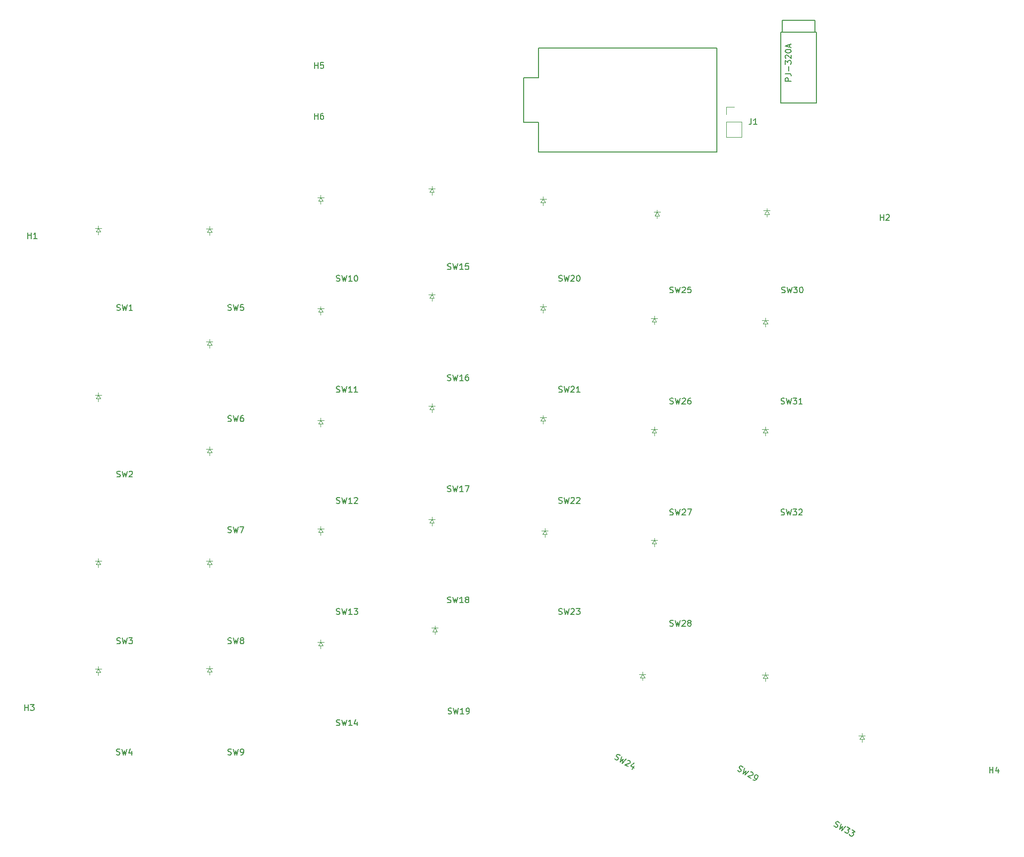
<source format=gbr>
%TF.GenerationSoftware,KiCad,Pcbnew,6.0.11-2627ca5db0~126~ubuntu20.04.1*%
%TF.CreationDate,2023-03-30T17:12:58+02:00*%
%TF.ProjectId,ergodash-low,6572676f-6461-4736-982d-6c6f772e6b69,rev?*%
%TF.SameCoordinates,Original*%
%TF.FileFunction,Legend,Top*%
%TF.FilePolarity,Positive*%
%FSLAX46Y46*%
G04 Gerber Fmt 4.6, Leading zero omitted, Abs format (unit mm)*
G04 Created by KiCad (PCBNEW 6.0.11-2627ca5db0~126~ubuntu20.04.1) date 2023-03-30 17:12:58*
%MOMM*%
%LPD*%
G01*
G04 APERTURE LIST*
%ADD10C,0.150000*%
%ADD11C,0.120000*%
%ADD12C,0.100000*%
G04 APERTURE END LIST*
D10*
%TO.C,J2*%
X155902380Y-26256547D02*
X154902380Y-26256547D01*
X154902380Y-25875595D01*
X154950000Y-25780357D01*
X154997619Y-25732738D01*
X155092857Y-25685119D01*
X155235714Y-25685119D01*
X155330952Y-25732738D01*
X155378571Y-25780357D01*
X155426190Y-25875595D01*
X155426190Y-26256547D01*
X154902380Y-24970833D02*
X155616666Y-24970833D01*
X155759523Y-25018452D01*
X155854761Y-25113690D01*
X155902380Y-25256547D01*
X155902380Y-25351785D01*
X155521428Y-24494642D02*
X155521428Y-23732738D01*
X154902380Y-23351785D02*
X154902380Y-22732738D01*
X155283333Y-23066071D01*
X155283333Y-22923214D01*
X155330952Y-22827976D01*
X155378571Y-22780357D01*
X155473809Y-22732738D01*
X155711904Y-22732738D01*
X155807142Y-22780357D01*
X155854761Y-22827976D01*
X155902380Y-22923214D01*
X155902380Y-23208928D01*
X155854761Y-23304166D01*
X155807142Y-23351785D01*
X154997619Y-22351785D02*
X154950000Y-22304166D01*
X154902380Y-22208928D01*
X154902380Y-21970833D01*
X154950000Y-21875595D01*
X154997619Y-21827976D01*
X155092857Y-21780357D01*
X155188095Y-21780357D01*
X155330952Y-21827976D01*
X155902380Y-22399404D01*
X155902380Y-21780357D01*
X154902380Y-21161309D02*
X154902380Y-21066071D01*
X154950000Y-20970833D01*
X154997619Y-20923214D01*
X155092857Y-20875595D01*
X155283333Y-20827976D01*
X155521428Y-20827976D01*
X155711904Y-20875595D01*
X155807142Y-20923214D01*
X155854761Y-20970833D01*
X155902380Y-21066071D01*
X155902380Y-21161309D01*
X155854761Y-21256547D01*
X155807142Y-21304166D01*
X155711904Y-21351785D01*
X155521428Y-21399404D01*
X155283333Y-21399404D01*
X155092857Y-21351785D01*
X154997619Y-21304166D01*
X154950000Y-21256547D01*
X154902380Y-21161309D01*
X155616666Y-20447023D02*
X155616666Y-19970833D01*
X155902380Y-20542261D02*
X154902380Y-20208928D01*
X155902380Y-19875595D01*
%TO.C,SW7*%
X59666666Y-103404761D02*
X59809523Y-103452380D01*
X60047619Y-103452380D01*
X60142857Y-103404761D01*
X60190476Y-103357142D01*
X60238095Y-103261904D01*
X60238095Y-103166666D01*
X60190476Y-103071428D01*
X60142857Y-103023809D01*
X60047619Y-102976190D01*
X59857142Y-102928571D01*
X59761904Y-102880952D01*
X59714285Y-102833333D01*
X59666666Y-102738095D01*
X59666666Y-102642857D01*
X59714285Y-102547619D01*
X59761904Y-102500000D01*
X59857142Y-102452380D01*
X60095238Y-102452380D01*
X60238095Y-102500000D01*
X60571428Y-102452380D02*
X60809523Y-103452380D01*
X61000000Y-102738095D01*
X61190476Y-103452380D01*
X61428571Y-102452380D01*
X61714285Y-102452380D02*
X62380952Y-102452380D01*
X61952380Y-103452380D01*
%TO.C,SW1*%
X40666666Y-65404761D02*
X40809523Y-65452380D01*
X41047619Y-65452380D01*
X41142857Y-65404761D01*
X41190476Y-65357142D01*
X41238095Y-65261904D01*
X41238095Y-65166666D01*
X41190476Y-65071428D01*
X41142857Y-65023809D01*
X41047619Y-64976190D01*
X40857142Y-64928571D01*
X40761904Y-64880952D01*
X40714285Y-64833333D01*
X40666666Y-64738095D01*
X40666666Y-64642857D01*
X40714285Y-64547619D01*
X40761904Y-64500000D01*
X40857142Y-64452380D01*
X41095238Y-64452380D01*
X41238095Y-64500000D01*
X41571428Y-64452380D02*
X41809523Y-65452380D01*
X42000000Y-64738095D01*
X42190476Y-65452380D01*
X42428571Y-64452380D01*
X43333333Y-65452380D02*
X42761904Y-65452380D01*
X43047619Y-65452380D02*
X43047619Y-64452380D01*
X42952380Y-64595238D01*
X42857142Y-64690476D01*
X42761904Y-64738095D01*
%TO.C,SW3*%
X40666666Y-122404761D02*
X40809523Y-122452380D01*
X41047619Y-122452380D01*
X41142857Y-122404761D01*
X41190476Y-122357142D01*
X41238095Y-122261904D01*
X41238095Y-122166666D01*
X41190476Y-122071428D01*
X41142857Y-122023809D01*
X41047619Y-121976190D01*
X40857142Y-121928571D01*
X40761904Y-121880952D01*
X40714285Y-121833333D01*
X40666666Y-121738095D01*
X40666666Y-121642857D01*
X40714285Y-121547619D01*
X40761904Y-121500000D01*
X40857142Y-121452380D01*
X41095238Y-121452380D01*
X41238095Y-121500000D01*
X41571428Y-121452380D02*
X41809523Y-122452380D01*
X42000000Y-121738095D01*
X42190476Y-122452380D01*
X42428571Y-121452380D01*
X42714285Y-121452380D02*
X43333333Y-121452380D01*
X43000000Y-121833333D01*
X43142857Y-121833333D01*
X43238095Y-121880952D01*
X43285714Y-121928571D01*
X43333333Y-122023809D01*
X43333333Y-122261904D01*
X43285714Y-122357142D01*
X43238095Y-122404761D01*
X43142857Y-122452380D01*
X42857142Y-122452380D01*
X42761904Y-122404761D01*
X42714285Y-122357142D01*
%TO.C,SW21*%
X116190476Y-79404761D02*
X116333333Y-79452380D01*
X116571428Y-79452380D01*
X116666666Y-79404761D01*
X116714285Y-79357142D01*
X116761904Y-79261904D01*
X116761904Y-79166666D01*
X116714285Y-79071428D01*
X116666666Y-79023809D01*
X116571428Y-78976190D01*
X116380952Y-78928571D01*
X116285714Y-78880952D01*
X116238095Y-78833333D01*
X116190476Y-78738095D01*
X116190476Y-78642857D01*
X116238095Y-78547619D01*
X116285714Y-78500000D01*
X116380952Y-78452380D01*
X116619047Y-78452380D01*
X116761904Y-78500000D01*
X117095238Y-78452380D02*
X117333333Y-79452380D01*
X117523809Y-78738095D01*
X117714285Y-79452380D01*
X117952380Y-78452380D01*
X118285714Y-78547619D02*
X118333333Y-78500000D01*
X118428571Y-78452380D01*
X118666666Y-78452380D01*
X118761904Y-78500000D01*
X118809523Y-78547619D01*
X118857142Y-78642857D01*
X118857142Y-78738095D01*
X118809523Y-78880952D01*
X118238095Y-79452380D01*
X118857142Y-79452380D01*
X119809523Y-79452380D02*
X119238095Y-79452380D01*
X119523809Y-79452380D02*
X119523809Y-78452380D01*
X119428571Y-78595238D01*
X119333333Y-78690476D01*
X119238095Y-78738095D01*
%TO.C,SW15*%
X97190476Y-58404761D02*
X97333333Y-58452380D01*
X97571428Y-58452380D01*
X97666666Y-58404761D01*
X97714285Y-58357142D01*
X97761904Y-58261904D01*
X97761904Y-58166666D01*
X97714285Y-58071428D01*
X97666666Y-58023809D01*
X97571428Y-57976190D01*
X97380952Y-57928571D01*
X97285714Y-57880952D01*
X97238095Y-57833333D01*
X97190476Y-57738095D01*
X97190476Y-57642857D01*
X97238095Y-57547619D01*
X97285714Y-57500000D01*
X97380952Y-57452380D01*
X97619047Y-57452380D01*
X97761904Y-57500000D01*
X98095238Y-57452380D02*
X98333333Y-58452380D01*
X98523809Y-57738095D01*
X98714285Y-58452380D01*
X98952380Y-57452380D01*
X99857142Y-58452380D02*
X99285714Y-58452380D01*
X99571428Y-58452380D02*
X99571428Y-57452380D01*
X99476190Y-57595238D01*
X99380952Y-57690476D01*
X99285714Y-57738095D01*
X100761904Y-57452380D02*
X100285714Y-57452380D01*
X100238095Y-57928571D01*
X100285714Y-57880952D01*
X100380952Y-57833333D01*
X100619047Y-57833333D01*
X100714285Y-57880952D01*
X100761904Y-57928571D01*
X100809523Y-58023809D01*
X100809523Y-58261904D01*
X100761904Y-58357142D01*
X100714285Y-58404761D01*
X100619047Y-58452380D01*
X100380952Y-58452380D01*
X100285714Y-58404761D01*
X100238095Y-58357142D01*
%TO.C,SW11*%
X78190476Y-79404761D02*
X78333333Y-79452380D01*
X78571428Y-79452380D01*
X78666666Y-79404761D01*
X78714285Y-79357142D01*
X78761904Y-79261904D01*
X78761904Y-79166666D01*
X78714285Y-79071428D01*
X78666666Y-79023809D01*
X78571428Y-78976190D01*
X78380952Y-78928571D01*
X78285714Y-78880952D01*
X78238095Y-78833333D01*
X78190476Y-78738095D01*
X78190476Y-78642857D01*
X78238095Y-78547619D01*
X78285714Y-78500000D01*
X78380952Y-78452380D01*
X78619047Y-78452380D01*
X78761904Y-78500000D01*
X79095238Y-78452380D02*
X79333333Y-79452380D01*
X79523809Y-78738095D01*
X79714285Y-79452380D01*
X79952380Y-78452380D01*
X80857142Y-79452380D02*
X80285714Y-79452380D01*
X80571428Y-79452380D02*
X80571428Y-78452380D01*
X80476190Y-78595238D01*
X80380952Y-78690476D01*
X80285714Y-78738095D01*
X81809523Y-79452380D02*
X81238095Y-79452380D01*
X81523809Y-79452380D02*
X81523809Y-78452380D01*
X81428571Y-78595238D01*
X81333333Y-78690476D01*
X81238095Y-78738095D01*
%TO.C,SW32*%
X154190476Y-100404761D02*
X154333333Y-100452380D01*
X154571428Y-100452380D01*
X154666666Y-100404761D01*
X154714285Y-100357142D01*
X154761904Y-100261904D01*
X154761904Y-100166666D01*
X154714285Y-100071428D01*
X154666666Y-100023809D01*
X154571428Y-99976190D01*
X154380952Y-99928571D01*
X154285714Y-99880952D01*
X154238095Y-99833333D01*
X154190476Y-99738095D01*
X154190476Y-99642857D01*
X154238095Y-99547619D01*
X154285714Y-99500000D01*
X154380952Y-99452380D01*
X154619047Y-99452380D01*
X154761904Y-99500000D01*
X155095238Y-99452380D02*
X155333333Y-100452380D01*
X155523809Y-99738095D01*
X155714285Y-100452380D01*
X155952380Y-99452380D01*
X156238095Y-99452380D02*
X156857142Y-99452380D01*
X156523809Y-99833333D01*
X156666666Y-99833333D01*
X156761904Y-99880952D01*
X156809523Y-99928571D01*
X156857142Y-100023809D01*
X156857142Y-100261904D01*
X156809523Y-100357142D01*
X156761904Y-100404761D01*
X156666666Y-100452380D01*
X156380952Y-100452380D01*
X156285714Y-100404761D01*
X156238095Y-100357142D01*
X157238095Y-99547619D02*
X157285714Y-99500000D01*
X157380952Y-99452380D01*
X157619047Y-99452380D01*
X157714285Y-99500000D01*
X157761904Y-99547619D01*
X157809523Y-99642857D01*
X157809523Y-99738095D01*
X157761904Y-99880952D01*
X157190476Y-100452380D01*
X157809523Y-100452380D01*
%TO.C,SW29*%
X146730525Y-144106026D02*
X146830433Y-144218694D01*
X147036630Y-144337741D01*
X147142918Y-144344121D01*
X147207967Y-144326691D01*
X147296825Y-144268022D01*
X147344444Y-144185543D01*
X147350824Y-144079255D01*
X147333394Y-144014206D01*
X147274725Y-143925348D01*
X147133577Y-143788871D01*
X147074908Y-143700012D01*
X147057479Y-143634964D01*
X147063858Y-143528675D01*
X147111477Y-143446197D01*
X147200336Y-143387528D01*
X147265385Y-143370098D01*
X147371673Y-143376478D01*
X147577869Y-143495525D01*
X147677778Y-143608193D01*
X147990262Y-143733621D02*
X147696459Y-144718694D01*
X148218559Y-144195342D01*
X148026373Y-144909170D01*
X148732570Y-144162192D01*
X148973626Y-144411337D02*
X149038675Y-144393907D01*
X149144963Y-144400287D01*
X149351159Y-144519335D01*
X149409828Y-144608193D01*
X149427258Y-144673242D01*
X149420878Y-144779530D01*
X149373259Y-144862009D01*
X149260591Y-144961917D01*
X148480006Y-145171075D01*
X149016117Y-145480598D01*
X149428510Y-145718694D02*
X149593467Y-145813932D01*
X149699755Y-145820311D01*
X149764804Y-145802882D01*
X149918711Y-145726783D01*
X150055188Y-145585635D01*
X150245665Y-145255721D01*
X150252044Y-145149432D01*
X150234614Y-145084384D01*
X150175945Y-144995525D01*
X150010988Y-144900287D01*
X149904700Y-144893907D01*
X149839651Y-144911337D01*
X149750793Y-144970006D01*
X149631745Y-145176203D01*
X149625365Y-145282491D01*
X149642795Y-145347540D01*
X149701464Y-145436398D01*
X149866422Y-145531636D01*
X149972710Y-145538016D01*
X150037759Y-145520586D01*
X150126617Y-145461917D01*
%TO.C,SW25*%
X135190476Y-62404761D02*
X135333333Y-62452380D01*
X135571428Y-62452380D01*
X135666666Y-62404761D01*
X135714285Y-62357142D01*
X135761904Y-62261904D01*
X135761904Y-62166666D01*
X135714285Y-62071428D01*
X135666666Y-62023809D01*
X135571428Y-61976190D01*
X135380952Y-61928571D01*
X135285714Y-61880952D01*
X135238095Y-61833333D01*
X135190476Y-61738095D01*
X135190476Y-61642857D01*
X135238095Y-61547619D01*
X135285714Y-61500000D01*
X135380952Y-61452380D01*
X135619047Y-61452380D01*
X135761904Y-61500000D01*
X136095238Y-61452380D02*
X136333333Y-62452380D01*
X136523809Y-61738095D01*
X136714285Y-62452380D01*
X136952380Y-61452380D01*
X137285714Y-61547619D02*
X137333333Y-61500000D01*
X137428571Y-61452380D01*
X137666666Y-61452380D01*
X137761904Y-61500000D01*
X137809523Y-61547619D01*
X137857142Y-61642857D01*
X137857142Y-61738095D01*
X137809523Y-61880952D01*
X137238095Y-62452380D01*
X137857142Y-62452380D01*
X138761904Y-61452380D02*
X138285714Y-61452380D01*
X138238095Y-61928571D01*
X138285714Y-61880952D01*
X138380952Y-61833333D01*
X138619047Y-61833333D01*
X138714285Y-61880952D01*
X138761904Y-61928571D01*
X138809523Y-62023809D01*
X138809523Y-62261904D01*
X138761904Y-62357142D01*
X138714285Y-62404761D01*
X138619047Y-62452380D01*
X138380952Y-62452380D01*
X138285714Y-62404761D01*
X138238095Y-62357142D01*
%TO.C,SW14*%
X78190476Y-136404761D02*
X78333333Y-136452380D01*
X78571428Y-136452380D01*
X78666666Y-136404761D01*
X78714285Y-136357142D01*
X78761904Y-136261904D01*
X78761904Y-136166666D01*
X78714285Y-136071428D01*
X78666666Y-136023809D01*
X78571428Y-135976190D01*
X78380952Y-135928571D01*
X78285714Y-135880952D01*
X78238095Y-135833333D01*
X78190476Y-135738095D01*
X78190476Y-135642857D01*
X78238095Y-135547619D01*
X78285714Y-135500000D01*
X78380952Y-135452380D01*
X78619047Y-135452380D01*
X78761904Y-135500000D01*
X79095238Y-135452380D02*
X79333333Y-136452380D01*
X79523809Y-135738095D01*
X79714285Y-136452380D01*
X79952380Y-135452380D01*
X80857142Y-136452380D02*
X80285714Y-136452380D01*
X80571428Y-136452380D02*
X80571428Y-135452380D01*
X80476190Y-135595238D01*
X80380952Y-135690476D01*
X80285714Y-135738095D01*
X81714285Y-135785714D02*
X81714285Y-136452380D01*
X81476190Y-135404761D02*
X81238095Y-136119047D01*
X81857142Y-136119047D01*
%TO.C,SW24*%
X125730525Y-142106026D02*
X125830433Y-142218694D01*
X126036630Y-142337741D01*
X126142918Y-142344121D01*
X126207967Y-142326691D01*
X126296825Y-142268022D01*
X126344444Y-142185543D01*
X126350824Y-142079255D01*
X126333394Y-142014206D01*
X126274725Y-141925348D01*
X126133577Y-141788871D01*
X126074908Y-141700012D01*
X126057479Y-141634964D01*
X126063858Y-141528675D01*
X126111477Y-141446197D01*
X126200336Y-141387528D01*
X126265385Y-141370098D01*
X126371673Y-141376478D01*
X126577869Y-141495525D01*
X126677778Y-141608193D01*
X126990262Y-141733621D02*
X126696459Y-142718694D01*
X127218559Y-142195342D01*
X127026373Y-142909170D01*
X127732570Y-142162192D01*
X127973626Y-142411337D02*
X128038675Y-142393907D01*
X128144963Y-142400287D01*
X128351159Y-142519335D01*
X128409828Y-142608193D01*
X128427258Y-142673242D01*
X128420878Y-142779530D01*
X128373259Y-142862009D01*
X128260591Y-142961917D01*
X127480006Y-143171075D01*
X128016117Y-143480598D01*
X129091757Y-143331819D02*
X128758424Y-143909170D01*
X129076037Y-142882857D02*
X128512698Y-143382399D01*
X129048809Y-143691923D01*
%TO.C,H6*%
X74438095Y-32752380D02*
X74438095Y-31752380D01*
X74438095Y-32228571D02*
X75009523Y-32228571D01*
X75009523Y-32752380D02*
X75009523Y-31752380D01*
X75914285Y-31752380D02*
X75723809Y-31752380D01*
X75628571Y-31800000D01*
X75580952Y-31847619D01*
X75485714Y-31990476D01*
X75438095Y-32180952D01*
X75438095Y-32561904D01*
X75485714Y-32657142D01*
X75533333Y-32704761D01*
X75628571Y-32752380D01*
X75819047Y-32752380D01*
X75914285Y-32704761D01*
X75961904Y-32657142D01*
X76009523Y-32561904D01*
X76009523Y-32323809D01*
X75961904Y-32228571D01*
X75914285Y-32180952D01*
X75819047Y-32133333D01*
X75628571Y-32133333D01*
X75533333Y-32180952D01*
X75485714Y-32228571D01*
X75438095Y-32323809D01*
%TO.C,SW8*%
X59666666Y-122404761D02*
X59809523Y-122452380D01*
X60047619Y-122452380D01*
X60142857Y-122404761D01*
X60190476Y-122357142D01*
X60238095Y-122261904D01*
X60238095Y-122166666D01*
X60190476Y-122071428D01*
X60142857Y-122023809D01*
X60047619Y-121976190D01*
X59857142Y-121928571D01*
X59761904Y-121880952D01*
X59714285Y-121833333D01*
X59666666Y-121738095D01*
X59666666Y-121642857D01*
X59714285Y-121547619D01*
X59761904Y-121500000D01*
X59857142Y-121452380D01*
X60095238Y-121452380D01*
X60238095Y-121500000D01*
X60571428Y-121452380D02*
X60809523Y-122452380D01*
X61000000Y-121738095D01*
X61190476Y-122452380D01*
X61428571Y-121452380D01*
X61952380Y-121880952D02*
X61857142Y-121833333D01*
X61809523Y-121785714D01*
X61761904Y-121690476D01*
X61761904Y-121642857D01*
X61809523Y-121547619D01*
X61857142Y-121500000D01*
X61952380Y-121452380D01*
X62142857Y-121452380D01*
X62238095Y-121500000D01*
X62285714Y-121547619D01*
X62333333Y-121642857D01*
X62333333Y-121690476D01*
X62285714Y-121785714D01*
X62238095Y-121833333D01*
X62142857Y-121880952D01*
X61952380Y-121880952D01*
X61857142Y-121928571D01*
X61809523Y-121976190D01*
X61761904Y-122071428D01*
X61761904Y-122261904D01*
X61809523Y-122357142D01*
X61857142Y-122404761D01*
X61952380Y-122452380D01*
X62142857Y-122452380D01*
X62238095Y-122404761D01*
X62285714Y-122357142D01*
X62333333Y-122261904D01*
X62333333Y-122071428D01*
X62285714Y-121976190D01*
X62238095Y-121928571D01*
X62142857Y-121880952D01*
%TO.C,SW33*%
X163230525Y-153606026D02*
X163330433Y-153718694D01*
X163536630Y-153837741D01*
X163642918Y-153844121D01*
X163707967Y-153826691D01*
X163796825Y-153768022D01*
X163844444Y-153685543D01*
X163850824Y-153579255D01*
X163833394Y-153514206D01*
X163774725Y-153425348D01*
X163633577Y-153288871D01*
X163574908Y-153200012D01*
X163557479Y-153134964D01*
X163563858Y-153028675D01*
X163611477Y-152946197D01*
X163700336Y-152887528D01*
X163765385Y-152870098D01*
X163871673Y-152876478D01*
X164077869Y-152995525D01*
X164177778Y-153108193D01*
X164490262Y-153233621D02*
X164196459Y-154218694D01*
X164718559Y-153695342D01*
X164526373Y-154409170D01*
X165232570Y-153662192D01*
X165480006Y-153805049D02*
X166016117Y-154114573D01*
X165536965Y-154277821D01*
X165660683Y-154349249D01*
X165719352Y-154438108D01*
X165736782Y-154503156D01*
X165730402Y-154609445D01*
X165611355Y-154815641D01*
X165522496Y-154874310D01*
X165457447Y-154891740D01*
X165351159Y-154885360D01*
X165103723Y-154742503D01*
X165045054Y-154653645D01*
X165027625Y-154588596D01*
X166304792Y-154281240D02*
X166840903Y-154590763D01*
X166361751Y-154754011D01*
X166485469Y-154825440D01*
X166544138Y-154914298D01*
X166561568Y-154979347D01*
X166555188Y-155085635D01*
X166436141Y-155291832D01*
X166347282Y-155350501D01*
X166282234Y-155367930D01*
X166175945Y-155361551D01*
X165928510Y-155218694D01*
X165869840Y-155129835D01*
X165852411Y-155064786D01*
%TO.C,SW16*%
X97190476Y-77404761D02*
X97333333Y-77452380D01*
X97571428Y-77452380D01*
X97666666Y-77404761D01*
X97714285Y-77357142D01*
X97761904Y-77261904D01*
X97761904Y-77166666D01*
X97714285Y-77071428D01*
X97666666Y-77023809D01*
X97571428Y-76976190D01*
X97380952Y-76928571D01*
X97285714Y-76880952D01*
X97238095Y-76833333D01*
X97190476Y-76738095D01*
X97190476Y-76642857D01*
X97238095Y-76547619D01*
X97285714Y-76500000D01*
X97380952Y-76452380D01*
X97619047Y-76452380D01*
X97761904Y-76500000D01*
X98095238Y-76452380D02*
X98333333Y-77452380D01*
X98523809Y-76738095D01*
X98714285Y-77452380D01*
X98952380Y-76452380D01*
X99857142Y-77452380D02*
X99285714Y-77452380D01*
X99571428Y-77452380D02*
X99571428Y-76452380D01*
X99476190Y-76595238D01*
X99380952Y-76690476D01*
X99285714Y-76738095D01*
X100714285Y-76452380D02*
X100523809Y-76452380D01*
X100428571Y-76500000D01*
X100380952Y-76547619D01*
X100285714Y-76690476D01*
X100238095Y-76880952D01*
X100238095Y-77261904D01*
X100285714Y-77357142D01*
X100333333Y-77404761D01*
X100428571Y-77452380D01*
X100619047Y-77452380D01*
X100714285Y-77404761D01*
X100761904Y-77357142D01*
X100809523Y-77261904D01*
X100809523Y-77023809D01*
X100761904Y-76928571D01*
X100714285Y-76880952D01*
X100619047Y-76833333D01*
X100428571Y-76833333D01*
X100333333Y-76880952D01*
X100285714Y-76928571D01*
X100238095Y-77023809D01*
%TO.C,SW31*%
X154190476Y-81404761D02*
X154333333Y-81452380D01*
X154571428Y-81452380D01*
X154666666Y-81404761D01*
X154714285Y-81357142D01*
X154761904Y-81261904D01*
X154761904Y-81166666D01*
X154714285Y-81071428D01*
X154666666Y-81023809D01*
X154571428Y-80976190D01*
X154380952Y-80928571D01*
X154285714Y-80880952D01*
X154238095Y-80833333D01*
X154190476Y-80738095D01*
X154190476Y-80642857D01*
X154238095Y-80547619D01*
X154285714Y-80500000D01*
X154380952Y-80452380D01*
X154619047Y-80452380D01*
X154761904Y-80500000D01*
X155095238Y-80452380D02*
X155333333Y-81452380D01*
X155523809Y-80738095D01*
X155714285Y-81452380D01*
X155952380Y-80452380D01*
X156238095Y-80452380D02*
X156857142Y-80452380D01*
X156523809Y-80833333D01*
X156666666Y-80833333D01*
X156761904Y-80880952D01*
X156809523Y-80928571D01*
X156857142Y-81023809D01*
X156857142Y-81261904D01*
X156809523Y-81357142D01*
X156761904Y-81404761D01*
X156666666Y-81452380D01*
X156380952Y-81452380D01*
X156285714Y-81404761D01*
X156238095Y-81357142D01*
X157809523Y-81452380D02*
X157238095Y-81452380D01*
X157523809Y-81452380D02*
X157523809Y-80452380D01*
X157428571Y-80595238D01*
X157333333Y-80690476D01*
X157238095Y-80738095D01*
%TO.C,SW9*%
X59666666Y-141404761D02*
X59809523Y-141452380D01*
X60047619Y-141452380D01*
X60142857Y-141404761D01*
X60190476Y-141357142D01*
X60238095Y-141261904D01*
X60238095Y-141166666D01*
X60190476Y-141071428D01*
X60142857Y-141023809D01*
X60047619Y-140976190D01*
X59857142Y-140928571D01*
X59761904Y-140880952D01*
X59714285Y-140833333D01*
X59666666Y-140738095D01*
X59666666Y-140642857D01*
X59714285Y-140547619D01*
X59761904Y-140500000D01*
X59857142Y-140452380D01*
X60095238Y-140452380D01*
X60238095Y-140500000D01*
X60571428Y-140452380D02*
X60809523Y-141452380D01*
X61000000Y-140738095D01*
X61190476Y-141452380D01*
X61428571Y-140452380D01*
X61857142Y-141452380D02*
X62047619Y-141452380D01*
X62142857Y-141404761D01*
X62190476Y-141357142D01*
X62285714Y-141214285D01*
X62333333Y-141023809D01*
X62333333Y-140642857D01*
X62285714Y-140547619D01*
X62238095Y-140500000D01*
X62142857Y-140452380D01*
X61952380Y-140452380D01*
X61857142Y-140500000D01*
X61809523Y-140547619D01*
X61761904Y-140642857D01*
X61761904Y-140880952D01*
X61809523Y-140976190D01*
X61857142Y-141023809D01*
X61952380Y-141071428D01*
X62142857Y-141071428D01*
X62238095Y-141023809D01*
X62285714Y-140976190D01*
X62333333Y-140880952D01*
%TO.C,H3*%
X24938095Y-133852380D02*
X24938095Y-132852380D01*
X24938095Y-133328571D02*
X25509523Y-133328571D01*
X25509523Y-133852380D02*
X25509523Y-132852380D01*
X25890476Y-132852380D02*
X26509523Y-132852380D01*
X26176190Y-133233333D01*
X26319047Y-133233333D01*
X26414285Y-133280952D01*
X26461904Y-133328571D01*
X26509523Y-133423809D01*
X26509523Y-133661904D01*
X26461904Y-133757142D01*
X26414285Y-133804761D01*
X26319047Y-133852380D01*
X26033333Y-133852380D01*
X25938095Y-133804761D01*
X25890476Y-133757142D01*
%TO.C,H1*%
X25438095Y-53152380D02*
X25438095Y-52152380D01*
X25438095Y-52628571D02*
X26009523Y-52628571D01*
X26009523Y-53152380D02*
X26009523Y-52152380D01*
X27009523Y-53152380D02*
X26438095Y-53152380D01*
X26723809Y-53152380D02*
X26723809Y-52152380D01*
X26628571Y-52295238D01*
X26533333Y-52390476D01*
X26438095Y-52438095D01*
%TO.C,SW6*%
X59666666Y-84404761D02*
X59809523Y-84452380D01*
X60047619Y-84452380D01*
X60142857Y-84404761D01*
X60190476Y-84357142D01*
X60238095Y-84261904D01*
X60238095Y-84166666D01*
X60190476Y-84071428D01*
X60142857Y-84023809D01*
X60047619Y-83976190D01*
X59857142Y-83928571D01*
X59761904Y-83880952D01*
X59714285Y-83833333D01*
X59666666Y-83738095D01*
X59666666Y-83642857D01*
X59714285Y-83547619D01*
X59761904Y-83500000D01*
X59857142Y-83452380D01*
X60095238Y-83452380D01*
X60238095Y-83500000D01*
X60571428Y-83452380D02*
X60809523Y-84452380D01*
X61000000Y-83738095D01*
X61190476Y-84452380D01*
X61428571Y-83452380D01*
X62238095Y-83452380D02*
X62047619Y-83452380D01*
X61952380Y-83500000D01*
X61904761Y-83547619D01*
X61809523Y-83690476D01*
X61761904Y-83880952D01*
X61761904Y-84261904D01*
X61809523Y-84357142D01*
X61857142Y-84404761D01*
X61952380Y-84452380D01*
X62142857Y-84452380D01*
X62238095Y-84404761D01*
X62285714Y-84357142D01*
X62333333Y-84261904D01*
X62333333Y-84023809D01*
X62285714Y-83928571D01*
X62238095Y-83880952D01*
X62142857Y-83833333D01*
X61952380Y-83833333D01*
X61857142Y-83880952D01*
X61809523Y-83928571D01*
X61761904Y-84023809D01*
%TO.C,SW27*%
X135190476Y-100404761D02*
X135333333Y-100452380D01*
X135571428Y-100452380D01*
X135666666Y-100404761D01*
X135714285Y-100357142D01*
X135761904Y-100261904D01*
X135761904Y-100166666D01*
X135714285Y-100071428D01*
X135666666Y-100023809D01*
X135571428Y-99976190D01*
X135380952Y-99928571D01*
X135285714Y-99880952D01*
X135238095Y-99833333D01*
X135190476Y-99738095D01*
X135190476Y-99642857D01*
X135238095Y-99547619D01*
X135285714Y-99500000D01*
X135380952Y-99452380D01*
X135619047Y-99452380D01*
X135761904Y-99500000D01*
X136095238Y-99452380D02*
X136333333Y-100452380D01*
X136523809Y-99738095D01*
X136714285Y-100452380D01*
X136952380Y-99452380D01*
X137285714Y-99547619D02*
X137333333Y-99500000D01*
X137428571Y-99452380D01*
X137666666Y-99452380D01*
X137761904Y-99500000D01*
X137809523Y-99547619D01*
X137857142Y-99642857D01*
X137857142Y-99738095D01*
X137809523Y-99880952D01*
X137238095Y-100452380D01*
X137857142Y-100452380D01*
X138190476Y-99452380D02*
X138857142Y-99452380D01*
X138428571Y-100452380D01*
%TO.C,SW5*%
X59666666Y-65404761D02*
X59809523Y-65452380D01*
X60047619Y-65452380D01*
X60142857Y-65404761D01*
X60190476Y-65357142D01*
X60238095Y-65261904D01*
X60238095Y-65166666D01*
X60190476Y-65071428D01*
X60142857Y-65023809D01*
X60047619Y-64976190D01*
X59857142Y-64928571D01*
X59761904Y-64880952D01*
X59714285Y-64833333D01*
X59666666Y-64738095D01*
X59666666Y-64642857D01*
X59714285Y-64547619D01*
X59761904Y-64500000D01*
X59857142Y-64452380D01*
X60095238Y-64452380D01*
X60238095Y-64500000D01*
X60571428Y-64452380D02*
X60809523Y-65452380D01*
X61000000Y-64738095D01*
X61190476Y-65452380D01*
X61428571Y-64452380D01*
X62285714Y-64452380D02*
X61809523Y-64452380D01*
X61761904Y-64928571D01*
X61809523Y-64880952D01*
X61904761Y-64833333D01*
X62142857Y-64833333D01*
X62238095Y-64880952D01*
X62285714Y-64928571D01*
X62333333Y-65023809D01*
X62333333Y-65261904D01*
X62285714Y-65357142D01*
X62238095Y-65404761D01*
X62142857Y-65452380D01*
X61904761Y-65452380D01*
X61809523Y-65404761D01*
X61761904Y-65357142D01*
%TO.C,SW28*%
X135190476Y-119404761D02*
X135333333Y-119452380D01*
X135571428Y-119452380D01*
X135666666Y-119404761D01*
X135714285Y-119357142D01*
X135761904Y-119261904D01*
X135761904Y-119166666D01*
X135714285Y-119071428D01*
X135666666Y-119023809D01*
X135571428Y-118976190D01*
X135380952Y-118928571D01*
X135285714Y-118880952D01*
X135238095Y-118833333D01*
X135190476Y-118738095D01*
X135190476Y-118642857D01*
X135238095Y-118547619D01*
X135285714Y-118500000D01*
X135380952Y-118452380D01*
X135619047Y-118452380D01*
X135761904Y-118500000D01*
X136095238Y-118452380D02*
X136333333Y-119452380D01*
X136523809Y-118738095D01*
X136714285Y-119452380D01*
X136952380Y-118452380D01*
X137285714Y-118547619D02*
X137333333Y-118500000D01*
X137428571Y-118452380D01*
X137666666Y-118452380D01*
X137761904Y-118500000D01*
X137809523Y-118547619D01*
X137857142Y-118642857D01*
X137857142Y-118738095D01*
X137809523Y-118880952D01*
X137238095Y-119452380D01*
X137857142Y-119452380D01*
X138428571Y-118880952D02*
X138333333Y-118833333D01*
X138285714Y-118785714D01*
X138238095Y-118690476D01*
X138238095Y-118642857D01*
X138285714Y-118547619D01*
X138333333Y-118500000D01*
X138428571Y-118452380D01*
X138619047Y-118452380D01*
X138714285Y-118500000D01*
X138761904Y-118547619D01*
X138809523Y-118642857D01*
X138809523Y-118690476D01*
X138761904Y-118785714D01*
X138714285Y-118833333D01*
X138619047Y-118880952D01*
X138428571Y-118880952D01*
X138333333Y-118928571D01*
X138285714Y-118976190D01*
X138238095Y-119071428D01*
X138238095Y-119261904D01*
X138285714Y-119357142D01*
X138333333Y-119404761D01*
X138428571Y-119452380D01*
X138619047Y-119452380D01*
X138714285Y-119404761D01*
X138761904Y-119357142D01*
X138809523Y-119261904D01*
X138809523Y-119071428D01*
X138761904Y-118976190D01*
X138714285Y-118928571D01*
X138619047Y-118880952D01*
%TO.C,J1*%
X149066666Y-32652380D02*
X149066666Y-33366666D01*
X149019047Y-33509523D01*
X148923809Y-33604761D01*
X148780952Y-33652380D01*
X148685714Y-33652380D01*
X150066666Y-33652380D02*
X149495238Y-33652380D01*
X149780952Y-33652380D02*
X149780952Y-32652380D01*
X149685714Y-32795238D01*
X149590476Y-32890476D01*
X149495238Y-32938095D01*
%TO.C,H2*%
X171138095Y-50052380D02*
X171138095Y-49052380D01*
X171138095Y-49528571D02*
X171709523Y-49528571D01*
X171709523Y-50052380D02*
X171709523Y-49052380D01*
X172138095Y-49147619D02*
X172185714Y-49100000D01*
X172280952Y-49052380D01*
X172519047Y-49052380D01*
X172614285Y-49100000D01*
X172661904Y-49147619D01*
X172709523Y-49242857D01*
X172709523Y-49338095D01*
X172661904Y-49480952D01*
X172090476Y-50052380D01*
X172709523Y-50052380D01*
%TO.C,SW4*%
X40616666Y-141404761D02*
X40759523Y-141452380D01*
X40997619Y-141452380D01*
X41092857Y-141404761D01*
X41140476Y-141357142D01*
X41188095Y-141261904D01*
X41188095Y-141166666D01*
X41140476Y-141071428D01*
X41092857Y-141023809D01*
X40997619Y-140976190D01*
X40807142Y-140928571D01*
X40711904Y-140880952D01*
X40664285Y-140833333D01*
X40616666Y-140738095D01*
X40616666Y-140642857D01*
X40664285Y-140547619D01*
X40711904Y-140500000D01*
X40807142Y-140452380D01*
X41045238Y-140452380D01*
X41188095Y-140500000D01*
X41521428Y-140452380D02*
X41759523Y-141452380D01*
X41950000Y-140738095D01*
X42140476Y-141452380D01*
X42378571Y-140452380D01*
X43188095Y-140785714D02*
X43188095Y-141452380D01*
X42950000Y-140404761D02*
X42711904Y-141119047D01*
X43330952Y-141119047D01*
%TO.C,SW19*%
X97290476Y-134404761D02*
X97433333Y-134452380D01*
X97671428Y-134452380D01*
X97766666Y-134404761D01*
X97814285Y-134357142D01*
X97861904Y-134261904D01*
X97861904Y-134166666D01*
X97814285Y-134071428D01*
X97766666Y-134023809D01*
X97671428Y-133976190D01*
X97480952Y-133928571D01*
X97385714Y-133880952D01*
X97338095Y-133833333D01*
X97290476Y-133738095D01*
X97290476Y-133642857D01*
X97338095Y-133547619D01*
X97385714Y-133500000D01*
X97480952Y-133452380D01*
X97719047Y-133452380D01*
X97861904Y-133500000D01*
X98195238Y-133452380D02*
X98433333Y-134452380D01*
X98623809Y-133738095D01*
X98814285Y-134452380D01*
X99052380Y-133452380D01*
X99957142Y-134452380D02*
X99385714Y-134452380D01*
X99671428Y-134452380D02*
X99671428Y-133452380D01*
X99576190Y-133595238D01*
X99480952Y-133690476D01*
X99385714Y-133738095D01*
X100433333Y-134452380D02*
X100623809Y-134452380D01*
X100719047Y-134404761D01*
X100766666Y-134357142D01*
X100861904Y-134214285D01*
X100909523Y-134023809D01*
X100909523Y-133642857D01*
X100861904Y-133547619D01*
X100814285Y-133500000D01*
X100719047Y-133452380D01*
X100528571Y-133452380D01*
X100433333Y-133500000D01*
X100385714Y-133547619D01*
X100338095Y-133642857D01*
X100338095Y-133880952D01*
X100385714Y-133976190D01*
X100433333Y-134023809D01*
X100528571Y-134071428D01*
X100719047Y-134071428D01*
X100814285Y-134023809D01*
X100861904Y-133976190D01*
X100909523Y-133880952D01*
%TO.C,SW26*%
X135190476Y-81404761D02*
X135333333Y-81452380D01*
X135571428Y-81452380D01*
X135666666Y-81404761D01*
X135714285Y-81357142D01*
X135761904Y-81261904D01*
X135761904Y-81166666D01*
X135714285Y-81071428D01*
X135666666Y-81023809D01*
X135571428Y-80976190D01*
X135380952Y-80928571D01*
X135285714Y-80880952D01*
X135238095Y-80833333D01*
X135190476Y-80738095D01*
X135190476Y-80642857D01*
X135238095Y-80547619D01*
X135285714Y-80500000D01*
X135380952Y-80452380D01*
X135619047Y-80452380D01*
X135761904Y-80500000D01*
X136095238Y-80452380D02*
X136333333Y-81452380D01*
X136523809Y-80738095D01*
X136714285Y-81452380D01*
X136952380Y-80452380D01*
X137285714Y-80547619D02*
X137333333Y-80500000D01*
X137428571Y-80452380D01*
X137666666Y-80452380D01*
X137761904Y-80500000D01*
X137809523Y-80547619D01*
X137857142Y-80642857D01*
X137857142Y-80738095D01*
X137809523Y-80880952D01*
X137238095Y-81452380D01*
X137857142Y-81452380D01*
X138714285Y-80452380D02*
X138523809Y-80452380D01*
X138428571Y-80500000D01*
X138380952Y-80547619D01*
X138285714Y-80690476D01*
X138238095Y-80880952D01*
X138238095Y-81261904D01*
X138285714Y-81357142D01*
X138333333Y-81404761D01*
X138428571Y-81452380D01*
X138619047Y-81452380D01*
X138714285Y-81404761D01*
X138761904Y-81357142D01*
X138809523Y-81261904D01*
X138809523Y-81023809D01*
X138761904Y-80928571D01*
X138714285Y-80880952D01*
X138619047Y-80833333D01*
X138428571Y-80833333D01*
X138333333Y-80880952D01*
X138285714Y-80928571D01*
X138238095Y-81023809D01*
%TO.C,SW17*%
X97190476Y-96404761D02*
X97333333Y-96452380D01*
X97571428Y-96452380D01*
X97666666Y-96404761D01*
X97714285Y-96357142D01*
X97761904Y-96261904D01*
X97761904Y-96166666D01*
X97714285Y-96071428D01*
X97666666Y-96023809D01*
X97571428Y-95976190D01*
X97380952Y-95928571D01*
X97285714Y-95880952D01*
X97238095Y-95833333D01*
X97190476Y-95738095D01*
X97190476Y-95642857D01*
X97238095Y-95547619D01*
X97285714Y-95500000D01*
X97380952Y-95452380D01*
X97619047Y-95452380D01*
X97761904Y-95500000D01*
X98095238Y-95452380D02*
X98333333Y-96452380D01*
X98523809Y-95738095D01*
X98714285Y-96452380D01*
X98952380Y-95452380D01*
X99857142Y-96452380D02*
X99285714Y-96452380D01*
X99571428Y-96452380D02*
X99571428Y-95452380D01*
X99476190Y-95595238D01*
X99380952Y-95690476D01*
X99285714Y-95738095D01*
X100190476Y-95452380D02*
X100857142Y-95452380D01*
X100428571Y-96452380D01*
%TO.C,SW12*%
X78190476Y-98404761D02*
X78333333Y-98452380D01*
X78571428Y-98452380D01*
X78666666Y-98404761D01*
X78714285Y-98357142D01*
X78761904Y-98261904D01*
X78761904Y-98166666D01*
X78714285Y-98071428D01*
X78666666Y-98023809D01*
X78571428Y-97976190D01*
X78380952Y-97928571D01*
X78285714Y-97880952D01*
X78238095Y-97833333D01*
X78190476Y-97738095D01*
X78190476Y-97642857D01*
X78238095Y-97547619D01*
X78285714Y-97500000D01*
X78380952Y-97452380D01*
X78619047Y-97452380D01*
X78761904Y-97500000D01*
X79095238Y-97452380D02*
X79333333Y-98452380D01*
X79523809Y-97738095D01*
X79714285Y-98452380D01*
X79952380Y-97452380D01*
X80857142Y-98452380D02*
X80285714Y-98452380D01*
X80571428Y-98452380D02*
X80571428Y-97452380D01*
X80476190Y-97595238D01*
X80380952Y-97690476D01*
X80285714Y-97738095D01*
X81238095Y-97547619D02*
X81285714Y-97500000D01*
X81380952Y-97452380D01*
X81619047Y-97452380D01*
X81714285Y-97500000D01*
X81761904Y-97547619D01*
X81809523Y-97642857D01*
X81809523Y-97738095D01*
X81761904Y-97880952D01*
X81190476Y-98452380D01*
X81809523Y-98452380D01*
%TO.C,SW22*%
X116190476Y-98404761D02*
X116333333Y-98452380D01*
X116571428Y-98452380D01*
X116666666Y-98404761D01*
X116714285Y-98357142D01*
X116761904Y-98261904D01*
X116761904Y-98166666D01*
X116714285Y-98071428D01*
X116666666Y-98023809D01*
X116571428Y-97976190D01*
X116380952Y-97928571D01*
X116285714Y-97880952D01*
X116238095Y-97833333D01*
X116190476Y-97738095D01*
X116190476Y-97642857D01*
X116238095Y-97547619D01*
X116285714Y-97500000D01*
X116380952Y-97452380D01*
X116619047Y-97452380D01*
X116761904Y-97500000D01*
X117095238Y-97452380D02*
X117333333Y-98452380D01*
X117523809Y-97738095D01*
X117714285Y-98452380D01*
X117952380Y-97452380D01*
X118285714Y-97547619D02*
X118333333Y-97500000D01*
X118428571Y-97452380D01*
X118666666Y-97452380D01*
X118761904Y-97500000D01*
X118809523Y-97547619D01*
X118857142Y-97642857D01*
X118857142Y-97738095D01*
X118809523Y-97880952D01*
X118238095Y-98452380D01*
X118857142Y-98452380D01*
X119238095Y-97547619D02*
X119285714Y-97500000D01*
X119380952Y-97452380D01*
X119619047Y-97452380D01*
X119714285Y-97500000D01*
X119761904Y-97547619D01*
X119809523Y-97642857D01*
X119809523Y-97738095D01*
X119761904Y-97880952D01*
X119190476Y-98452380D01*
X119809523Y-98452380D01*
%TO.C,H4*%
X189838095Y-144552380D02*
X189838095Y-143552380D01*
X189838095Y-144028571D02*
X190409523Y-144028571D01*
X190409523Y-144552380D02*
X190409523Y-143552380D01*
X191314285Y-143885714D02*
X191314285Y-144552380D01*
X191076190Y-143504761D02*
X190838095Y-144219047D01*
X191457142Y-144219047D01*
%TO.C,SW23*%
X116190476Y-117404761D02*
X116333333Y-117452380D01*
X116571428Y-117452380D01*
X116666666Y-117404761D01*
X116714285Y-117357142D01*
X116761904Y-117261904D01*
X116761904Y-117166666D01*
X116714285Y-117071428D01*
X116666666Y-117023809D01*
X116571428Y-116976190D01*
X116380952Y-116928571D01*
X116285714Y-116880952D01*
X116238095Y-116833333D01*
X116190476Y-116738095D01*
X116190476Y-116642857D01*
X116238095Y-116547619D01*
X116285714Y-116500000D01*
X116380952Y-116452380D01*
X116619047Y-116452380D01*
X116761904Y-116500000D01*
X117095238Y-116452380D02*
X117333333Y-117452380D01*
X117523809Y-116738095D01*
X117714285Y-117452380D01*
X117952380Y-116452380D01*
X118285714Y-116547619D02*
X118333333Y-116500000D01*
X118428571Y-116452380D01*
X118666666Y-116452380D01*
X118761904Y-116500000D01*
X118809523Y-116547619D01*
X118857142Y-116642857D01*
X118857142Y-116738095D01*
X118809523Y-116880952D01*
X118238095Y-117452380D01*
X118857142Y-117452380D01*
X119190476Y-116452380D02*
X119809523Y-116452380D01*
X119476190Y-116833333D01*
X119619047Y-116833333D01*
X119714285Y-116880952D01*
X119761904Y-116928571D01*
X119809523Y-117023809D01*
X119809523Y-117261904D01*
X119761904Y-117357142D01*
X119714285Y-117404761D01*
X119619047Y-117452380D01*
X119333333Y-117452380D01*
X119238095Y-117404761D01*
X119190476Y-117357142D01*
%TO.C,SW10*%
X78190476Y-60404761D02*
X78333333Y-60452380D01*
X78571428Y-60452380D01*
X78666666Y-60404761D01*
X78714285Y-60357142D01*
X78761904Y-60261904D01*
X78761904Y-60166666D01*
X78714285Y-60071428D01*
X78666666Y-60023809D01*
X78571428Y-59976190D01*
X78380952Y-59928571D01*
X78285714Y-59880952D01*
X78238095Y-59833333D01*
X78190476Y-59738095D01*
X78190476Y-59642857D01*
X78238095Y-59547619D01*
X78285714Y-59500000D01*
X78380952Y-59452380D01*
X78619047Y-59452380D01*
X78761904Y-59500000D01*
X79095238Y-59452380D02*
X79333333Y-60452380D01*
X79523809Y-59738095D01*
X79714285Y-60452380D01*
X79952380Y-59452380D01*
X80857142Y-60452380D02*
X80285714Y-60452380D01*
X80571428Y-60452380D02*
X80571428Y-59452380D01*
X80476190Y-59595238D01*
X80380952Y-59690476D01*
X80285714Y-59738095D01*
X81476190Y-59452380D02*
X81571428Y-59452380D01*
X81666666Y-59500000D01*
X81714285Y-59547619D01*
X81761904Y-59642857D01*
X81809523Y-59833333D01*
X81809523Y-60071428D01*
X81761904Y-60261904D01*
X81714285Y-60357142D01*
X81666666Y-60404761D01*
X81571428Y-60452380D01*
X81476190Y-60452380D01*
X81380952Y-60404761D01*
X81333333Y-60357142D01*
X81285714Y-60261904D01*
X81238095Y-60071428D01*
X81238095Y-59833333D01*
X81285714Y-59642857D01*
X81333333Y-59547619D01*
X81380952Y-59500000D01*
X81476190Y-59452380D01*
%TO.C,SW13*%
X78190476Y-117404761D02*
X78333333Y-117452380D01*
X78571428Y-117452380D01*
X78666666Y-117404761D01*
X78714285Y-117357142D01*
X78761904Y-117261904D01*
X78761904Y-117166666D01*
X78714285Y-117071428D01*
X78666666Y-117023809D01*
X78571428Y-116976190D01*
X78380952Y-116928571D01*
X78285714Y-116880952D01*
X78238095Y-116833333D01*
X78190476Y-116738095D01*
X78190476Y-116642857D01*
X78238095Y-116547619D01*
X78285714Y-116500000D01*
X78380952Y-116452380D01*
X78619047Y-116452380D01*
X78761904Y-116500000D01*
X79095238Y-116452380D02*
X79333333Y-117452380D01*
X79523809Y-116738095D01*
X79714285Y-117452380D01*
X79952380Y-116452380D01*
X80857142Y-117452380D02*
X80285714Y-117452380D01*
X80571428Y-117452380D02*
X80571428Y-116452380D01*
X80476190Y-116595238D01*
X80380952Y-116690476D01*
X80285714Y-116738095D01*
X81190476Y-116452380D02*
X81809523Y-116452380D01*
X81476190Y-116833333D01*
X81619047Y-116833333D01*
X81714285Y-116880952D01*
X81761904Y-116928571D01*
X81809523Y-117023809D01*
X81809523Y-117261904D01*
X81761904Y-117357142D01*
X81714285Y-117404761D01*
X81619047Y-117452380D01*
X81333333Y-117452380D01*
X81238095Y-117404761D01*
X81190476Y-117357142D01*
%TO.C,SW20*%
X116190476Y-60404761D02*
X116333333Y-60452380D01*
X116571428Y-60452380D01*
X116666666Y-60404761D01*
X116714285Y-60357142D01*
X116761904Y-60261904D01*
X116761904Y-60166666D01*
X116714285Y-60071428D01*
X116666666Y-60023809D01*
X116571428Y-59976190D01*
X116380952Y-59928571D01*
X116285714Y-59880952D01*
X116238095Y-59833333D01*
X116190476Y-59738095D01*
X116190476Y-59642857D01*
X116238095Y-59547619D01*
X116285714Y-59500000D01*
X116380952Y-59452380D01*
X116619047Y-59452380D01*
X116761904Y-59500000D01*
X117095238Y-59452380D02*
X117333333Y-60452380D01*
X117523809Y-59738095D01*
X117714285Y-60452380D01*
X117952380Y-59452380D01*
X118285714Y-59547619D02*
X118333333Y-59500000D01*
X118428571Y-59452380D01*
X118666666Y-59452380D01*
X118761904Y-59500000D01*
X118809523Y-59547619D01*
X118857142Y-59642857D01*
X118857142Y-59738095D01*
X118809523Y-59880952D01*
X118238095Y-60452380D01*
X118857142Y-60452380D01*
X119476190Y-59452380D02*
X119571428Y-59452380D01*
X119666666Y-59500000D01*
X119714285Y-59547619D01*
X119761904Y-59642857D01*
X119809523Y-59833333D01*
X119809523Y-60071428D01*
X119761904Y-60261904D01*
X119714285Y-60357142D01*
X119666666Y-60404761D01*
X119571428Y-60452380D01*
X119476190Y-60452380D01*
X119380952Y-60404761D01*
X119333333Y-60357142D01*
X119285714Y-60261904D01*
X119238095Y-60071428D01*
X119238095Y-59833333D01*
X119285714Y-59642857D01*
X119333333Y-59547619D01*
X119380952Y-59500000D01*
X119476190Y-59452380D01*
%TO.C,SW30*%
X154290476Y-62404761D02*
X154433333Y-62452380D01*
X154671428Y-62452380D01*
X154766666Y-62404761D01*
X154814285Y-62357142D01*
X154861904Y-62261904D01*
X154861904Y-62166666D01*
X154814285Y-62071428D01*
X154766666Y-62023809D01*
X154671428Y-61976190D01*
X154480952Y-61928571D01*
X154385714Y-61880952D01*
X154338095Y-61833333D01*
X154290476Y-61738095D01*
X154290476Y-61642857D01*
X154338095Y-61547619D01*
X154385714Y-61500000D01*
X154480952Y-61452380D01*
X154719047Y-61452380D01*
X154861904Y-61500000D01*
X155195238Y-61452380D02*
X155433333Y-62452380D01*
X155623809Y-61738095D01*
X155814285Y-62452380D01*
X156052380Y-61452380D01*
X156338095Y-61452380D02*
X156957142Y-61452380D01*
X156623809Y-61833333D01*
X156766666Y-61833333D01*
X156861904Y-61880952D01*
X156909523Y-61928571D01*
X156957142Y-62023809D01*
X156957142Y-62261904D01*
X156909523Y-62357142D01*
X156861904Y-62404761D01*
X156766666Y-62452380D01*
X156480952Y-62452380D01*
X156385714Y-62404761D01*
X156338095Y-62357142D01*
X157576190Y-61452380D02*
X157671428Y-61452380D01*
X157766666Y-61500000D01*
X157814285Y-61547619D01*
X157861904Y-61642857D01*
X157909523Y-61833333D01*
X157909523Y-62071428D01*
X157861904Y-62261904D01*
X157814285Y-62357142D01*
X157766666Y-62404761D01*
X157671428Y-62452380D01*
X157576190Y-62452380D01*
X157480952Y-62404761D01*
X157433333Y-62357142D01*
X157385714Y-62261904D01*
X157338095Y-62071428D01*
X157338095Y-61833333D01*
X157385714Y-61642857D01*
X157433333Y-61547619D01*
X157480952Y-61500000D01*
X157576190Y-61452380D01*
%TO.C,H5*%
X74438095Y-24052380D02*
X74438095Y-23052380D01*
X74438095Y-23528571D02*
X75009523Y-23528571D01*
X75009523Y-24052380D02*
X75009523Y-23052380D01*
X75961904Y-23052380D02*
X75485714Y-23052380D01*
X75438095Y-23528571D01*
X75485714Y-23480952D01*
X75580952Y-23433333D01*
X75819047Y-23433333D01*
X75914285Y-23480952D01*
X75961904Y-23528571D01*
X76009523Y-23623809D01*
X76009523Y-23861904D01*
X75961904Y-23957142D01*
X75914285Y-24004761D01*
X75819047Y-24052380D01*
X75580952Y-24052380D01*
X75485714Y-24004761D01*
X75438095Y-23957142D01*
%TO.C,SW2*%
X40666666Y-93904761D02*
X40809523Y-93952380D01*
X41047619Y-93952380D01*
X41142857Y-93904761D01*
X41190476Y-93857142D01*
X41238095Y-93761904D01*
X41238095Y-93666666D01*
X41190476Y-93571428D01*
X41142857Y-93523809D01*
X41047619Y-93476190D01*
X40857142Y-93428571D01*
X40761904Y-93380952D01*
X40714285Y-93333333D01*
X40666666Y-93238095D01*
X40666666Y-93142857D01*
X40714285Y-93047619D01*
X40761904Y-93000000D01*
X40857142Y-92952380D01*
X41095238Y-92952380D01*
X41238095Y-93000000D01*
X41571428Y-92952380D02*
X41809523Y-93952380D01*
X42000000Y-93238095D01*
X42190476Y-93952380D01*
X42428571Y-92952380D01*
X42761904Y-93047619D02*
X42809523Y-93000000D01*
X42904761Y-92952380D01*
X43142857Y-92952380D01*
X43238095Y-93000000D01*
X43285714Y-93047619D01*
X43333333Y-93142857D01*
X43333333Y-93238095D01*
X43285714Y-93380952D01*
X42714285Y-93952380D01*
X43333333Y-93952380D01*
%TO.C,SW18*%
X97190476Y-115404761D02*
X97333333Y-115452380D01*
X97571428Y-115452380D01*
X97666666Y-115404761D01*
X97714285Y-115357142D01*
X97761904Y-115261904D01*
X97761904Y-115166666D01*
X97714285Y-115071428D01*
X97666666Y-115023809D01*
X97571428Y-114976190D01*
X97380952Y-114928571D01*
X97285714Y-114880952D01*
X97238095Y-114833333D01*
X97190476Y-114738095D01*
X97190476Y-114642857D01*
X97238095Y-114547619D01*
X97285714Y-114500000D01*
X97380952Y-114452380D01*
X97619047Y-114452380D01*
X97761904Y-114500000D01*
X98095238Y-114452380D02*
X98333333Y-115452380D01*
X98523809Y-114738095D01*
X98714285Y-115452380D01*
X98952380Y-114452380D01*
X99857142Y-115452380D02*
X99285714Y-115452380D01*
X99571428Y-115452380D02*
X99571428Y-114452380D01*
X99476190Y-114595238D01*
X99380952Y-114690476D01*
X99285714Y-114738095D01*
X100428571Y-114880952D02*
X100333333Y-114833333D01*
X100285714Y-114785714D01*
X100238095Y-114690476D01*
X100238095Y-114642857D01*
X100285714Y-114547619D01*
X100333333Y-114500000D01*
X100428571Y-114452380D01*
X100619047Y-114452380D01*
X100714285Y-114500000D01*
X100761904Y-114547619D01*
X100809523Y-114642857D01*
X100809523Y-114690476D01*
X100761904Y-114785714D01*
X100714285Y-114833333D01*
X100619047Y-114880952D01*
X100428571Y-114880952D01*
X100333333Y-114928571D01*
X100285714Y-114976190D01*
X100238095Y-115071428D01*
X100238095Y-115261904D01*
X100285714Y-115357142D01*
X100333333Y-115404761D01*
X100428571Y-115452380D01*
X100619047Y-115452380D01*
X100714285Y-115404761D01*
X100761904Y-115357142D01*
X100809523Y-115261904D01*
X100809523Y-115071428D01*
X100761904Y-114976190D01*
X100714285Y-114928571D01*
X100619047Y-114880952D01*
%TO.C,J2*%
X160200000Y-29987500D02*
X154100000Y-29987500D01*
X160200000Y-17887500D02*
X154100000Y-17887500D01*
X154350000Y-17887500D02*
X154350000Y-15887500D01*
X154100000Y-17887500D02*
X154100000Y-29987500D01*
X159950000Y-17887500D02*
X159950000Y-15887500D01*
X159950000Y-15887500D02*
X154350000Y-15887500D01*
X160200000Y-17887500D02*
X160200000Y-29987500D01*
D11*
%TO.C,J1*%
X144820000Y-33245000D02*
X147480000Y-33245000D01*
X147480000Y-33245000D02*
X147480000Y-35845000D01*
X144820000Y-30645000D02*
X146150000Y-30645000D01*
X144820000Y-35845000D02*
X147480000Y-35845000D01*
X144820000Y-31975000D02*
X144820000Y-30645000D01*
X144820000Y-33245000D02*
X144820000Y-35845000D01*
D10*
%TO.C,U1*%
X110220000Y-33310000D02*
X110220000Y-25690000D01*
X112760000Y-25690000D02*
X112760000Y-20610000D01*
X112760000Y-38390000D02*
X112760000Y-33310000D01*
X143240000Y-20610000D02*
X143240000Y-38390000D01*
X110220000Y-25690000D02*
X112760000Y-25690000D01*
X112760000Y-38390000D02*
X143240000Y-38390000D01*
X112760000Y-33310000D02*
X110220000Y-33310000D01*
X112760000Y-20610000D02*
X143240000Y-20610000D01*
D12*
%TO.C,D12*%
X75500000Y-84275000D02*
X74950000Y-84275000D01*
X75500000Y-84275000D02*
X75900000Y-84875000D01*
X75100000Y-84875000D02*
X75500000Y-84275000D01*
X75500000Y-84275000D02*
X76050000Y-84275000D01*
X75500000Y-84875000D02*
X75500000Y-85375000D01*
X75500000Y-83875000D02*
X75500000Y-84275000D01*
X75900000Y-84875000D02*
X75100000Y-84875000D01*
%TO.C,D9*%
X56500000Y-126650000D02*
X57050000Y-126650000D01*
X56500000Y-127250000D02*
X56500000Y-127750000D01*
X56100000Y-127250000D02*
X56500000Y-126650000D01*
X56500000Y-126250000D02*
X56500000Y-126650000D01*
X56900000Y-127250000D02*
X56100000Y-127250000D01*
X56500000Y-126650000D02*
X56900000Y-127250000D01*
X56500000Y-126650000D02*
X55950000Y-126650000D01*
%TO.C,D2*%
X37500000Y-79900000D02*
X38050000Y-79900000D01*
X37500000Y-79900000D02*
X37900000Y-80500000D01*
X37900000Y-80500000D02*
X37100000Y-80500000D01*
X37100000Y-80500000D02*
X37500000Y-79900000D01*
X37500000Y-80500000D02*
X37500000Y-81000000D01*
X37500000Y-79900000D02*
X36950000Y-79900000D01*
X37500000Y-79500000D02*
X37500000Y-79900000D01*
%TO.C,D23*%
X113800000Y-103150000D02*
X113250000Y-103150000D01*
X113400000Y-103750000D02*
X113800000Y-103150000D01*
X113800000Y-103150000D02*
X114200000Y-103750000D01*
X113800000Y-102750000D02*
X113800000Y-103150000D01*
X113800000Y-103150000D02*
X114350000Y-103150000D01*
X114200000Y-103750000D02*
X113400000Y-103750000D01*
X113800000Y-103750000D02*
X113800000Y-104250000D01*
%TO.C,D13*%
X75500000Y-102775000D02*
X74950000Y-102775000D01*
X75500000Y-102775000D02*
X75900000Y-103375000D01*
X75500000Y-102775000D02*
X76050000Y-102775000D01*
X75500000Y-103375000D02*
X75500000Y-103875000D01*
X75900000Y-103375000D02*
X75100000Y-103375000D01*
X75500000Y-102375000D02*
X75500000Y-102775000D01*
X75100000Y-103375000D02*
X75500000Y-102775000D01*
%TO.C,D25*%
X133000000Y-48650000D02*
X132450000Y-48650000D01*
X132600000Y-49250000D02*
X133000000Y-48650000D01*
X133000000Y-48650000D02*
X133550000Y-48650000D01*
X133400000Y-49250000D02*
X132600000Y-49250000D01*
X133000000Y-48250000D02*
X133000000Y-48650000D01*
X133000000Y-48650000D02*
X133400000Y-49250000D01*
X133000000Y-49250000D02*
X133000000Y-49750000D01*
%TO.C,D32*%
X151500000Y-85775000D02*
X152050000Y-85775000D01*
X151500000Y-85775000D02*
X151900000Y-86375000D01*
X151500000Y-85775000D02*
X150950000Y-85775000D01*
X151100000Y-86375000D02*
X151500000Y-85775000D01*
X151900000Y-86375000D02*
X151100000Y-86375000D01*
X151500000Y-86375000D02*
X151500000Y-86875000D01*
X151500000Y-85375000D02*
X151500000Y-85775000D01*
%TO.C,D16*%
X94500000Y-62375000D02*
X94500000Y-62775000D01*
X94900000Y-63375000D02*
X94100000Y-63375000D01*
X94500000Y-62775000D02*
X93950000Y-62775000D01*
X94500000Y-62775000D02*
X95050000Y-62775000D01*
X94100000Y-63375000D02*
X94500000Y-62775000D01*
X94500000Y-62775000D02*
X94900000Y-63375000D01*
X94500000Y-63375000D02*
X94500000Y-63875000D01*
%TO.C,D17*%
X94500000Y-81775000D02*
X93950000Y-81775000D01*
X94500000Y-81375000D02*
X94500000Y-81775000D01*
X94500000Y-81775000D02*
X94900000Y-82375000D01*
X94500000Y-82375000D02*
X94500000Y-82875000D01*
X94900000Y-82375000D02*
X94100000Y-82375000D01*
X94500000Y-81775000D02*
X95050000Y-81775000D01*
X94100000Y-82375000D02*
X94500000Y-81775000D01*
%TO.C,D24*%
X130100000Y-128250000D02*
X130500000Y-127650000D01*
X130500000Y-128250000D02*
X130500000Y-128750000D01*
X130500000Y-127650000D02*
X131050000Y-127650000D01*
X130500000Y-127650000D02*
X130900000Y-128250000D01*
X130500000Y-127650000D02*
X129950000Y-127650000D01*
X130500000Y-127250000D02*
X130500000Y-127650000D01*
X130900000Y-128250000D02*
X130100000Y-128250000D01*
%TO.C,D27*%
X132500000Y-85775000D02*
X131950000Y-85775000D01*
X132100000Y-86375000D02*
X132500000Y-85775000D01*
X132500000Y-85775000D02*
X132900000Y-86375000D01*
X132900000Y-86375000D02*
X132100000Y-86375000D01*
X132500000Y-86375000D02*
X132500000Y-86875000D01*
X132500000Y-85775000D02*
X133050000Y-85775000D01*
X132500000Y-85375000D02*
X132500000Y-85775000D01*
%TO.C,D15*%
X94900000Y-45250000D02*
X94100000Y-45250000D01*
X94500000Y-44650000D02*
X95050000Y-44650000D01*
X94500000Y-44650000D02*
X93950000Y-44650000D01*
X94500000Y-45250000D02*
X94500000Y-45750000D01*
X94500000Y-44650000D02*
X94900000Y-45250000D01*
X94500000Y-44250000D02*
X94500000Y-44650000D01*
X94100000Y-45250000D02*
X94500000Y-44650000D01*
%TO.C,D19*%
X95000000Y-119775000D02*
X94450000Y-119775000D01*
X94600000Y-120375000D02*
X95000000Y-119775000D01*
X95400000Y-120375000D02*
X94600000Y-120375000D01*
X95000000Y-119775000D02*
X95550000Y-119775000D01*
X95000000Y-120375000D02*
X95000000Y-120875000D01*
X95000000Y-119775000D02*
X95400000Y-120375000D01*
X95000000Y-119375000D02*
X95000000Y-119775000D01*
%TO.C,D22*%
X113100000Y-84375000D02*
X113500000Y-83775000D01*
X113500000Y-84375000D02*
X113500000Y-84875000D01*
X113500000Y-83775000D02*
X114050000Y-83775000D01*
X113500000Y-83775000D02*
X113900000Y-84375000D01*
X113500000Y-83375000D02*
X113500000Y-83775000D01*
X113900000Y-84375000D02*
X113100000Y-84375000D01*
X113500000Y-83775000D02*
X112950000Y-83775000D01*
%TO.C,D30*%
X151750000Y-49000000D02*
X151750000Y-49500000D01*
X151750000Y-48400000D02*
X152300000Y-48400000D01*
X152150000Y-49000000D02*
X151350000Y-49000000D01*
X151750000Y-48400000D02*
X151200000Y-48400000D01*
X151350000Y-49000000D02*
X151750000Y-48400000D01*
X151750000Y-48000000D02*
X151750000Y-48400000D01*
X151750000Y-48400000D02*
X152150000Y-49000000D01*
%TO.C,D29*%
X151500000Y-127775000D02*
X152050000Y-127775000D01*
X151500000Y-128375000D02*
X151500000Y-128875000D01*
X151500000Y-127375000D02*
X151500000Y-127775000D01*
X151900000Y-128375000D02*
X151100000Y-128375000D01*
X151100000Y-128375000D02*
X151500000Y-127775000D01*
X151500000Y-127775000D02*
X150950000Y-127775000D01*
X151500000Y-127775000D02*
X151900000Y-128375000D01*
%TO.C,D33*%
X168000000Y-138150000D02*
X167450000Y-138150000D01*
X168000000Y-137750000D02*
X168000000Y-138150000D01*
X168400000Y-138750000D02*
X167600000Y-138750000D01*
X168000000Y-138750000D02*
X168000000Y-139250000D01*
X167600000Y-138750000D02*
X168000000Y-138150000D01*
X168000000Y-138150000D02*
X168550000Y-138150000D01*
X168000000Y-138150000D02*
X168400000Y-138750000D01*
%TO.C,D31*%
X151500000Y-67150000D02*
X150950000Y-67150000D01*
X151500000Y-67150000D02*
X152050000Y-67150000D01*
X151500000Y-66750000D02*
X151500000Y-67150000D01*
X151500000Y-67150000D02*
X151900000Y-67750000D01*
X151100000Y-67750000D02*
X151500000Y-67150000D01*
X151900000Y-67750000D02*
X151100000Y-67750000D01*
X151500000Y-67750000D02*
X151500000Y-68250000D01*
%TO.C,D11*%
X75500000Y-64750000D02*
X75500000Y-65150000D01*
X75500000Y-65150000D02*
X75900000Y-65750000D01*
X75500000Y-65150000D02*
X74950000Y-65150000D01*
X75500000Y-65150000D02*
X76050000Y-65150000D01*
X75900000Y-65750000D02*
X75100000Y-65750000D01*
X75500000Y-65750000D02*
X75500000Y-66250000D01*
X75100000Y-65750000D02*
X75500000Y-65150000D01*
%TO.C,D5*%
X56500000Y-51475000D02*
X57050000Y-51475000D01*
X56500000Y-52075000D02*
X56500000Y-52575000D01*
X56100000Y-52075000D02*
X56500000Y-51475000D01*
X56500000Y-51475000D02*
X56900000Y-52075000D01*
X56900000Y-52075000D02*
X56100000Y-52075000D01*
X56500000Y-51075000D02*
X56500000Y-51475000D01*
X56500000Y-51475000D02*
X55950000Y-51475000D01*
%TO.C,D14*%
X75500000Y-121750000D02*
X75500000Y-122150000D01*
X75500000Y-122750000D02*
X75500000Y-123250000D01*
X75500000Y-122150000D02*
X76050000Y-122150000D01*
X75100000Y-122750000D02*
X75500000Y-122150000D01*
X75500000Y-122150000D02*
X74950000Y-122150000D01*
X75900000Y-122750000D02*
X75100000Y-122750000D01*
X75500000Y-122150000D02*
X75900000Y-122750000D01*
%TO.C,D10*%
X75500000Y-46150000D02*
X74950000Y-46150000D01*
X75500000Y-46750000D02*
X75500000Y-47250000D01*
X75100000Y-46750000D02*
X75500000Y-46150000D01*
X75500000Y-46150000D02*
X75900000Y-46750000D01*
X75900000Y-46750000D02*
X75100000Y-46750000D01*
X75500000Y-46150000D02*
X76050000Y-46150000D01*
X75500000Y-45750000D02*
X75500000Y-46150000D01*
%TO.C,D18*%
X94500000Y-101150000D02*
X95050000Y-101150000D01*
X94500000Y-101750000D02*
X94500000Y-102250000D01*
X94500000Y-100750000D02*
X94500000Y-101150000D01*
X94900000Y-101750000D02*
X94100000Y-101750000D01*
X94100000Y-101750000D02*
X94500000Y-101150000D01*
X94500000Y-101150000D02*
X94900000Y-101750000D01*
X94500000Y-101150000D02*
X93950000Y-101150000D01*
%TO.C,D3*%
X37500000Y-107875000D02*
X37500000Y-108275000D01*
X37500000Y-108275000D02*
X38050000Y-108275000D01*
X37500000Y-108275000D02*
X37900000Y-108875000D01*
X37500000Y-108875000D02*
X37500000Y-109375000D01*
X37500000Y-108275000D02*
X36950000Y-108275000D01*
X37900000Y-108875000D02*
X37100000Y-108875000D01*
X37100000Y-108875000D02*
X37500000Y-108275000D01*
%TO.C,D1*%
X37500000Y-51425000D02*
X36950000Y-51425000D01*
X37900000Y-52025000D02*
X37100000Y-52025000D01*
X37500000Y-51025000D02*
X37500000Y-51425000D01*
X37500000Y-52025000D02*
X37500000Y-52525000D01*
X37500000Y-51425000D02*
X38050000Y-51425000D01*
X37100000Y-52025000D02*
X37500000Y-51425000D01*
X37500000Y-51425000D02*
X37900000Y-52025000D01*
%TO.C,D28*%
X132500000Y-104775000D02*
X131950000Y-104775000D01*
X132500000Y-104375000D02*
X132500000Y-104775000D01*
X132100000Y-105375000D02*
X132500000Y-104775000D01*
X132500000Y-104775000D02*
X132900000Y-105375000D01*
X132900000Y-105375000D02*
X132100000Y-105375000D01*
X132500000Y-104775000D02*
X133050000Y-104775000D01*
X132500000Y-105375000D02*
X132500000Y-105875000D01*
%TO.C,D26*%
X132500000Y-67375000D02*
X132500000Y-67875000D01*
X132500000Y-66775000D02*
X133050000Y-66775000D01*
X132500000Y-66775000D02*
X132900000Y-67375000D01*
X132500000Y-66775000D02*
X131950000Y-66775000D01*
X132900000Y-67375000D02*
X132100000Y-67375000D01*
X132500000Y-66375000D02*
X132500000Y-66775000D01*
X132100000Y-67375000D02*
X132500000Y-66775000D01*
%TO.C,D20*%
X113500000Y-46400000D02*
X113900000Y-47000000D01*
X113500000Y-46400000D02*
X112950000Y-46400000D01*
X113500000Y-47000000D02*
X113500000Y-47500000D01*
X113500000Y-46400000D02*
X114050000Y-46400000D01*
X113900000Y-47000000D02*
X113100000Y-47000000D01*
X113500000Y-46000000D02*
X113500000Y-46400000D01*
X113100000Y-47000000D02*
X113500000Y-46400000D01*
%TO.C,D4*%
X37500000Y-126775000D02*
X38050000Y-126775000D01*
X37900000Y-127375000D02*
X37100000Y-127375000D01*
X37500000Y-127375000D02*
X37500000Y-127875000D01*
X37500000Y-126375000D02*
X37500000Y-126775000D01*
X37100000Y-127375000D02*
X37500000Y-126775000D01*
X37500000Y-126775000D02*
X37900000Y-127375000D01*
X37500000Y-126775000D02*
X36950000Y-126775000D01*
%TO.C,D21*%
X113500000Y-65375000D02*
X113500000Y-65875000D01*
X113100000Y-65375000D02*
X113500000Y-64775000D01*
X113500000Y-64775000D02*
X112950000Y-64775000D01*
X113500000Y-64775000D02*
X114050000Y-64775000D01*
X113500000Y-64775000D02*
X113900000Y-65375000D01*
X113900000Y-65375000D02*
X113100000Y-65375000D01*
X113500000Y-64375000D02*
X113500000Y-64775000D01*
%TO.C,D8*%
X56900000Y-108875000D02*
X56100000Y-108875000D01*
X56500000Y-107875000D02*
X56500000Y-108275000D01*
X56100000Y-108875000D02*
X56500000Y-108275000D01*
X56500000Y-108275000D02*
X55950000Y-108275000D01*
X56500000Y-108275000D02*
X56900000Y-108875000D01*
X56500000Y-108275000D02*
X57050000Y-108275000D01*
X56500000Y-108875000D02*
X56500000Y-109375000D01*
%TO.C,D6*%
X56500000Y-71400000D02*
X56500000Y-71900000D01*
X56900000Y-71400000D02*
X56100000Y-71400000D01*
X56500000Y-70800000D02*
X56900000Y-71400000D01*
X56500000Y-70800000D02*
X57050000Y-70800000D01*
X56500000Y-70400000D02*
X56500000Y-70800000D01*
X56500000Y-70800000D02*
X55950000Y-70800000D01*
X56100000Y-71400000D02*
X56500000Y-70800000D01*
%TO.C,D7*%
X56900000Y-89750000D02*
X56100000Y-89750000D01*
X56500000Y-89150000D02*
X56900000Y-89750000D01*
X56500000Y-89150000D02*
X55950000Y-89150000D01*
X56500000Y-89750000D02*
X56500000Y-90250000D01*
X56500000Y-89150000D02*
X57050000Y-89150000D01*
X56100000Y-89750000D02*
X56500000Y-89150000D01*
X56500000Y-88750000D02*
X56500000Y-89150000D01*
%TD*%
M02*

</source>
